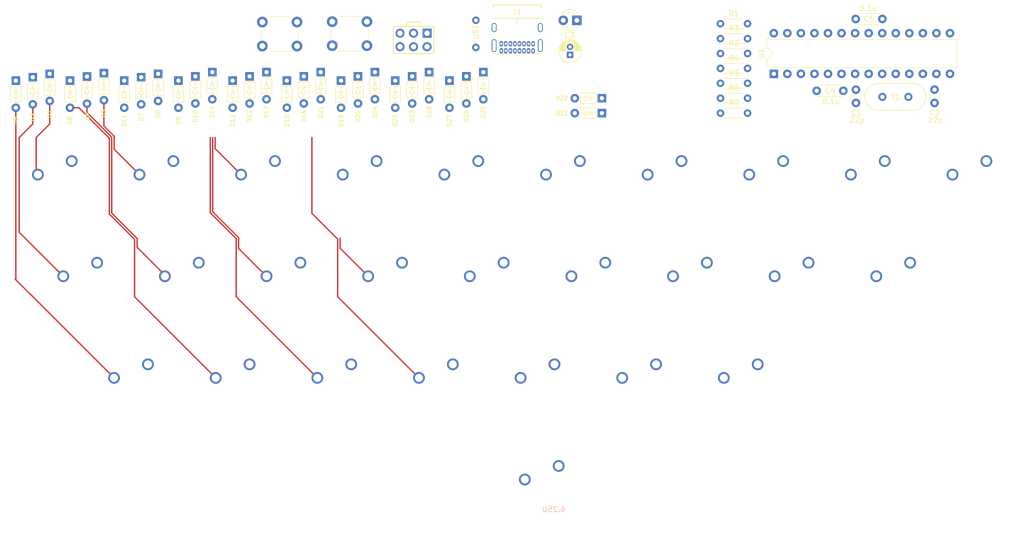
<source format=kicad_pcb>
(kicad_pcb (version 20171130) (host pcbnew "(5.1.5)-3")
  (layers (0 F.Cu signal) (31 B.Cu signal) (34 B.Paste user) (35 F.Paste user) (36 B.SilkS user) (37 F.SilkS user) (38 B.Mask user) (39 F.Mask user) (44 Edge.Cuts user))
  (net 0 "")
  (net 1 GND)
  (net 2 XTAL1)
  (net 3 XTAL2)
  (net 4 +5V)
  (net 5 "Net-(D1-Pad2)")
  (net 6 ROW0)
  (net 7 "Net-(D2-Pad2)")
  (net 8 ROW1)
  (net 9 "Net-(D3-Pad2)")
  (net 10 "Net-(D4-Pad2)")
  (net 11 "Net-(D5-Pad2)")
  (net 12 ROW2)
  (net 13 "Net-(D6-Pad2)")
  (net 14 "Net-(D7-Pad2)")
  (net 15 "Net-(D8-Pad2)")
  (net 16 "Net-(D9-Pad2)")
  (net 17 "Net-(D10-Pad2)")
  (net 18 "Net-(D11-Pad2)")
  (net 19 "Net-(D12-Pad2)")
  (net 20 "Net-(D13-Pad2)")
  (net 21 "Net-(D14-Pad2)")
  (net 22 "Net-(D15-Pad2)")
  (net 23 "Net-(D16-Pad2)")
  (net 24 "Net-(D17-Pad2)")
  (net 25 "Net-(D18-Pad2)")
  (net 26 ROW3)
  (net 27 "Net-(D19-Pad2)")
  (net 28 "Net-(D20-Pad2)")
  (net 29 "Net-(D21-Pad2)")
  (net 30 "Net-(D22-Pad2)")
  (net 31 "Net-(D23-Pad2)")
  (net 32 "Net-(D24-Pad2)")
  (net 33 "Net-(D25-Pad2)")
  (net 34 "Net-(D26-Pad2)")
  (net 35 "Net-(D27-Pad2)")
  (net 36 "Net-(DZ1-Pad1)")
  (net 37 "Net-(DZ2-Pad1)")
  (net 38 "Net-(F1-Pad2)")
  (net 39 "Net-(J1-PadA5)")
  (net 40 "Net-(J1-PadA8)")
  (net 41 "Net-(J1-PadB8)")
  (net 42 "Net-(J1-PadB5)")
  (net 43 SCK)
  (net 44 RESET)
  (net 45 COL0)
  (net 46 COL5)
  (net 47 COL3)
  (net 48 COL2)
  (net 49 COL4)
  (net 50 COL7)
  (net 51 COL6)
  (net 52 COL8)
  (net 53 COL9)
  (net 54 COL1)
  (net 55 "Net-(LED1-Pad1)")
  (net 56 D-)
  (net 57 D+)
  (net 58 BOOT)
  (net 59 "Net-(U1-Pad13)")
  (net 60 "Net-(U1-Pad12)")
  (net 61 "Net-(U1-Pad11)")
  (net 62 "Net-(U1-Pad21)")
  (module cftkb:MX-6.25U-Stabilizer (layer F.Cu) (at 170.65625 123.03125)
    (fp_text reference ST62)
    (fp_text value 6.25U (at 0 3.057094) (layer B.SilkS) (effects (font (thickness 0.1)) (justify mirror)))
    (pad "" np_thru_hole circle (at 49.9999 -8.255) (size 3.9878 3.9878) (drill 3.9878) (layers *.Cu *.Mask))
    (pad "" np_thru_hole circle (at -49.9999 -8.255) (size 3.9878 3.9878) (drill 3.9878) (layers *.Cu *.Mask))
    (pad "" np_thru_hole circle (at 49.9999 6.985) (size 3.048 3.048) (drill 3.048) (layers *.Cu *.Mask))
    (pad "" np_thru_hole circle (at -49.9999 6.985) (size 3.048 3.048) (drill 3.048) (layers *.Cu *.Mask))
  )
  (module cftkb:Crystal_HC49-4H_Vertical (layer F.Cu) (at 232.283 48.768)
    (fp_text reference Y1 (at 2.44 0.018936) (layer F.SilkS))
    (fp_text value Crystal)
    (pad 1 thru_hole circle (at 0 0) (size 1.5 1.5) (drill 0.8) (layers *.Cu *.Mask) (net 2 XTAL1))
    (pad 2 thru_hole circle (at 4.88 0) (size 1.5 1.5) (drill 0.8) (layers *.Cu *.Mask) (net 3 XTAL2))
  )
  (module Package_DIP:DIP-28_W7.62mm (layer F.Cu) (at 211.93125 44.45 90)
    (fp_text reference U1 (at 3.81 -2.33 90) (layer F.SilkS))
    (fp_text value ATmega328P-PU)
    (pad 28 thru_hole oval (at 7.62 0 90) (size 1.6 1.6) (drill 0.8) (layers *.Cu *.Mask) (net 45 COL0))
    (pad 14 thru_hole oval (at 0 33.02 90) (size 1.6 1.6) (drill 0.8) (layers *.Cu *.Mask) (net 53 COL9))
    (pad 27 thru_hole oval (at 7.62 2.54 90) (size 1.6 1.6) (drill 0.8) (layers *.Cu *.Mask) (net 54 COL1))
    (pad 13 thru_hole oval (at 0 30.48 90) (size 1.6 1.6) (drill 0.8) (layers *.Cu *.Mask) (net 59 "Net-(U1-Pad13)"))
    (pad 26 thru_hole oval (at 7.62 5.08 90) (size 1.6 1.6) (drill 0.8) (layers *.Cu *.Mask) (net 48 COL2))
    (pad 12 thru_hole oval (at 0 27.94 90) (size 1.6 1.6) (drill 0.8) (layers *.Cu *.Mask) (net 60 "Net-(U1-Pad12)"))
    (pad 25 thru_hole oval (at 7.62 7.62 90) (size 1.6 1.6) (drill 0.8) (layers *.Cu *.Mask) (net 49 COL4))
    (pad 11 thru_hole oval (at 0 25.4 90) (size 1.6 1.6) (drill 0.8) (layers *.Cu *.Mask) (net 61 "Net-(U1-Pad11)"))
    (pad 24 thru_hole oval (at 7.62 10.16 90) (size 1.6 1.6) (drill 0.8) (layers *.Cu *.Mask) (net 51 COL6))
    (pad 10 thru_hole oval (at 0 22.86 90) (size 1.6 1.6) (drill 0.8) (layers *.Cu *.Mask) (net 3 XTAL2))
    (pad 23 thru_hole oval (at 7.62 12.7 90) (size 1.6 1.6) (drill 0.8) (layers *.Cu *.Mask) (net 50 COL7))
    (pad 9 thru_hole oval (at 0 20.32 90) (size 1.6 1.6) (drill 0.8) (layers *.Cu *.Mask) (net 2 XTAL1))
    (pad 22 thru_hole oval (at 7.62 15.24 90) (size 1.6 1.6) (drill 0.8) (layers *.Cu *.Mask) (net 1 GND))
    (pad 8 thru_hole oval (at 0 17.78 90) (size 1.6 1.6) (drill 0.8) (layers *.Cu *.Mask) (net 1 GND))
    (pad 21 thru_hole oval (at 7.62 17.78 90) (size 1.6 1.6) (drill 0.8) (layers *.Cu *.Mask) (net 62 "Net-(U1-Pad21)"))
    (pad 7 thru_hole oval (at 0 15.24 90) (size 1.6 1.6) (drill 0.8) (layers *.Cu *.Mask) (net 4 +5V))
    (pad 20 thru_hole oval (at 7.62 20.32 90) (size 1.6 1.6) (drill 0.8) (layers *.Cu *.Mask) (net 4 +5V))
    (pad 6 thru_hole oval (at 0 12.7 90) (size 1.6 1.6) (drill 0.8) (layers *.Cu *.Mask) (net 52 COL8))
    (pad 19 thru_hole oval (at 7.62 22.86 90) (size 1.6 1.6) (drill 0.8) (layers *.Cu *.Mask) (net 43 SCK))
    (pad 5 thru_hole oval (at 0 10.16 90) (size 1.6 1.6) (drill 0.8) (layers *.Cu *.Mask) (net 56 D-))
    (pad 18 thru_hole oval (at 7.62 25.4 90) (size 1.6 1.6) (drill 0.8) (layers *.Cu *.Mask) (net 26 ROW3))
    (pad 4 thru_hole oval (at 0 7.62 90) (size 1.6 1.6) (drill 0.8) (layers *.Cu *.Mask) (net 57 D+))
    (pad 17 thru_hole oval (at 7.62 27.94 90) (size 1.6 1.6) (drill 0.8) (layers *.Cu *.Mask) (net 8 ROW1))
    (pad 3 thru_hole oval (at 0 5.08 90) (size 1.6 1.6) (drill 0.8) (layers *.Cu *.Mask) (net 46 COL5))
    (pad 16 thru_hole oval (at 7.62 30.48 90) (size 1.6 1.6) (drill 0.8) (layers *.Cu *.Mask) (net 8 ROW1))
    (pad 2 thru_hole oval (at 0 2.54 90) (size 1.6 1.6) (drill 0.8) (layers *.Cu *.Mask) (net 47 COL3))
    (pad 15 thru_hole oval (at 7.62 33.02 90) (size 1.6 1.6) (drill 0.8) (layers *.Cu *.Mask) (net 6 ROW0))
    (pad 1 thru_hole rect (at 0 0 90) (size 1.6 1.6) (drill 0.8) (layers *.Cu *.Mask) (net 44 RESET))
  )
  (module cftkb:SW_PUSH_6mm (layer F.Cu) (at 129.159 34.671)
    (fp_text reference SW2)
    (fp_text value SW_Push)
    (pad 1 thru_hole circle (at 6.5 0 90) (size 2 2) (drill 1.1) (layers *.Cu *.Mask) (net 1 GND))
    (pad 2 thru_hole circle (at 6.5 4.5 90) (size 2 2) (drill 1.1) (layers *.Cu *.Mask) (net 58 BOOT))
    (pad 1 thru_hole circle (at 0 0 90) (size 2 2) (drill 1.1) (layers *.Cu *.Mask) (net 1 GND))
    (pad 2 thru_hole circle (at 0 4.5 90) (size 2 2) (drill 1.1) (layers *.Cu *.Mask) (net 58 BOOT))
  )
  (module cftkb:SW_PUSH_6mm (layer F.Cu) (at 122.555 39.243 180)
    (fp_text reference SW1)
    (fp_text value RESET)
    (pad 1 thru_hole circle (at 6.5 0 270) (size 2 2) (drill 1.1) (layers *.Cu *.Mask) (net 1 GND))
    (pad 2 thru_hole circle (at 6.5 4.5 270) (size 2 2) (drill 1.1) (layers *.Cu *.Mask) (net 44 RESET))
    (pad 1 thru_hole circle (at 0 0 270) (size 2 2) (drill 1.1) (layers *.Cu *.Mask) (net 1 GND))
    (pad 2 thru_hole circle (at 0 4.5 270) (size 2 2) (drill 1.1) (layers *.Cu *.Mask) (net 44 RESET))
  )
  (module cftkb:R_Axial_DIN0204_L3.6mm_D1.6mm_P5.08mm_Horizontal (layer F.Cu) (at 201.93 51.816)
    (fp_text reference R7 (at 2.54 -1.92) (layer F.SilkS))
    (fp_text value 75)
    (pad 2 thru_hole oval (at 5.08 0) (size 1.4 1.4) (drill 0.7) (layers *.Cu *.Mask) (net 36 "Net-(DZ1-Pad1)"))
    (pad 1 thru_hole circle (at 0 0) (size 1.4 1.4) (drill 0.7) (layers *.Cu *.Mask) (net 57 D+))
  )
  (module cftkb:R_Axial_DIN0204_L3.6mm_D1.6mm_P5.08mm_Horizontal (layer F.Cu) (at 201.93 49.022)
    (fp_text reference R6 (at 2.54 -1.92) (layer F.SilkS))
    (fp_text value 75)
    (pad 2 thru_hole oval (at 5.08 0) (size 1.4 1.4) (drill 0.7) (layers *.Cu *.Mask) (net 37 "Net-(DZ2-Pad1)"))
    (pad 1 thru_hole circle (at 0 0) (size 1.4 1.4) (drill 0.7) (layers *.Cu *.Mask) (net 56 D-))
  )
  (module cftkb:R_Axial_DIN0204_L3.6mm_D1.6mm_P5.08mm_Horizontal (layer F.Cu) (at 201.93 46.228)
    (fp_text reference R5 (at 2.54 -1.92) (layer F.SilkS))
    (fp_text value 1.5k)
    (pad 2 thru_hole oval (at 5.08 0) (size 1.4 1.4) (drill 0.7) (layers *.Cu *.Mask) (net 1 GND))
    (pad 1 thru_hole circle (at 0 0) (size 1.4 1.4) (drill 0.7) (layers *.Cu *.Mask) (net 55 "Net-(LED1-Pad1)"))
  )
  (module cftkb:R_Axial_DIN0204_L3.6mm_D1.6mm_P5.08mm_Horizontal (layer F.Cu) (at 201.93 43.434)
    (fp_text reference R4 (at 2.54 -1.92) (layer F.SilkS))
    (fp_text value 1.5k)
    (pad 2 thru_hole oval (at 5.08 0) (size 1.4 1.4) (drill 0.7) (layers *.Cu *.Mask) (net 37 "Net-(DZ2-Pad1)"))
    (pad 1 thru_hole circle (at 0 0) (size 1.4 1.4) (drill 0.7) (layers *.Cu *.Mask) (net 4 +5V))
  )
  (module cftkb:R_Axial_DIN0204_L3.6mm_D1.6mm_P5.08mm_Horizontal (layer F.Cu) (at 201.93 37.846)
    (fp_text reference R3 (at 2.54 -1.92) (layer F.SilkS))
    (fp_text value 5.1k)
    (pad 2 thru_hole oval (at 5.08 0) (size 1.4 1.4) (drill 0.7) (layers *.Cu *.Mask) (net 42 "Net-(J1-PadB5)"))
    (pad 1 thru_hole circle (at 0 0) (size 1.4 1.4) (drill 0.7) (layers *.Cu *.Mask) (net 1 GND))
  )
  (module cftkb:R_Axial_DIN0204_L3.6mm_D1.6mm_P5.08mm_Horizontal (layer F.Cu) (at 201.93 40.64)
    (fp_text reference R2 (at 2.54 -1.92) (layer F.SilkS))
    (fp_text value 5.1k)
    (pad 2 thru_hole oval (at 5.08 0) (size 1.4 1.4) (drill 0.7) (layers *.Cu *.Mask) (net 39 "Net-(J1-PadA5)"))
    (pad 1 thru_hole circle (at 0 0) (size 1.4 1.4) (drill 0.7) (layers *.Cu *.Mask) (net 1 GND))
  )
  (module cftkb:R_Axial_DIN0204_L3.6mm_D1.6mm_P5.08mm_Horizontal (layer F.Cu) (at 201.93 35.052)
    (fp_text reference R1 (at 2.54 -1.92) (layer F.SilkS))
    (fp_text value 10k)
    (pad 2 thru_hole oval (at 5.08 0) (size 1.4 1.4) (drill 0.7) (layers *.Cu *.Mask) (net 44 RESET))
    (pad 1 thru_hole circle (at 0 0) (size 1.4 1.4) (drill 0.7) (layers *.Cu *.Mask) (net 4 +5V))
  )
  (module cftkb:LED_D3.0mm (layer F.Cu) (at 175.006 34.417 180)
    (fp_text reference LED1)
    (fp_text value POWER)
    (pad 2 thru_hole circle (at 2.54 0 180) (size 1.8 1.8) (drill 0.9) (layers *.Cu *.Mask) (net 4 +5V))
    (pad 1 thru_hole rect (at 0 0 180) (size 1.8 1.8) (drill 0.9) (layers *.Cu *.Mask) (net 55 "Net-(LED1-Pad1)"))
  )
  (module cftkb:SW_Cherry_MX1A_1.00u_PCB-NOSCREEN (layer F.Cu) (at 94.615 98.90125)
    (fp_text reference KC_Z1)
    (fp_text value MX-NoLED)
    (pad 1 thru_hole circle (at 0 0) (size 2.2 2.2) (drill 1.5) (layers *.Cu *.Mask) (net 54 COL1))
    (pad 2 thru_hole circle (at -6.35 2.54) (size 2.2 2.2) (drill 1.5) (layers *.Cu *.Mask) (net 11 "Net-(D5-Pad2)"))
    (pad "" np_thru_hole circle (at -2.54 5.08) (size 4 4) (drill 4) (layers *.Cu *.Mask))
    (pad "" np_thru_hole circle (at -7.62 5.08) (size 1.7 1.7) (drill 1.7) (layers *.Cu *.Mask))
    (pad "" np_thru_hole circle (at 2.54 5.08) (size 1.7 1.7) (drill 1.7) (layers *.Cu *.Mask))
  )
  (module cftkb:SW_Cherry_MX1A_1.00u_PCB-NOSCREEN (layer F.Cu) (at 175.5775 60.80125)
    (fp_text reference KC_Y1)
    (fp_text value MX-NoLED)
    (pad 1 thru_hole circle (at 0 0) (size 2.2 2.2) (drill 1.5) (layers *.Cu *.Mask) (net 46 COL5))
    (pad 2 thru_hole circle (at -6.35 2.54) (size 2.2 2.2) (drill 1.5) (layers *.Cu *.Mask) (net 22 "Net-(D15-Pad2)"))
    (pad "" np_thru_hole circle (at -2.54 5.08) (size 4 4) (drill 4) (layers *.Cu *.Mask))
    (pad "" np_thru_hole circle (at -7.62 5.08) (size 1.7 1.7) (drill 1.7) (layers *.Cu *.Mask))
    (pad "" np_thru_hole circle (at 2.54 5.08) (size 1.7 1.7) (drill 1.7) (layers *.Cu *.Mask))
  )
  (module cftkb:SW_Cherry_MX1A_1.00u_PCB-NOSCREEN (layer F.Cu) (at 113.665 98.90125)
    (fp_text reference KC_X1)
    (fp_text value MX-NoLED)
    (pad 1 thru_hole circle (at 0 0) (size 2.2 2.2) (drill 1.5) (layers *.Cu *.Mask) (net 48 COL2))
    (pad 2 thru_hole circle (at -6.35 2.54) (size 2.2 2.2) (drill 1.5) (layers *.Cu *.Mask) (net 15 "Net-(D8-Pad2)"))
    (pad "" np_thru_hole circle (at -2.54 5.08) (size 4 4) (drill 4) (layers *.Cu *.Mask))
    (pad "" np_thru_hole circle (at -7.62 5.08) (size 1.7 1.7) (drill 1.7) (layers *.Cu *.Mask))
    (pad "" np_thru_hole circle (at 2.54 5.08) (size 1.7 1.7) (drill 1.7) (layers *.Cu *.Mask))
  )
  (module cftkb:SW_Cherry_MX1A_1.00u_PCB-NOSCREEN (layer F.Cu) (at 99.3775 60.80125)
    (fp_text reference KC_W1)
    (fp_text value MX-NoLED)
    (pad 1 thru_hole circle (at 0 0) (size 2.2 2.2) (drill 1.5) (layers *.Cu *.Mask) (net 54 COL1))
    (pad 2 thru_hole circle (at -6.35 2.54) (size 2.2 2.2) (drill 1.5) (layers *.Cu *.Mask) (net 9 "Net-(D3-Pad2)"))
    (pad "" np_thru_hole circle (at -2.54 5.08) (size 4 4) (drill 4) (layers *.Cu *.Mask))
    (pad "" np_thru_hole circle (at -7.62 5.08) (size 1.7 1.7) (drill 1.7) (layers *.Cu *.Mask))
    (pad "" np_thru_hole circle (at 2.54 5.08) (size 1.7 1.7) (drill 1.7) (layers *.Cu *.Mask))
  )
  (module cftkb:SW_Cherry_MX1A_1.00u_PCB-NOSCREEN (layer F.Cu) (at 151.765 98.90125)
    (fp_text reference KC_V1)
    (fp_text value MX-NoLED)
    (pad 1 thru_hole circle (at 0 0) (size 2.2 2.2) (drill 1.5) (layers *.Cu *.Mask) (net 49 COL4))
    (pad 2 thru_hole circle (at -6.35 2.54) (size 2.2 2.2) (drill 1.5) (layers *.Cu *.Mask) (net 21 "Net-(D14-Pad2)"))
    (pad "" np_thru_hole circle (at -2.54 5.08) (size 4 4) (drill 4) (layers *.Cu *.Mask))
    (pad "" np_thru_hole circle (at -7.62 5.08) (size 1.7 1.7) (drill 1.7) (layers *.Cu *.Mask))
    (pad "" np_thru_hole circle (at 2.54 5.08) (size 1.7 1.7) (drill 1.7) (layers *.Cu *.Mask))
  )
  (module cftkb:SW_Cherry_MX1A_1.00u_PCB-NOSCREEN (layer F.Cu) (at 194.6275 60.80125)
    (fp_text reference KC_U1)
    (fp_text value MX-NoLED)
    (pad 1 thru_hole circle (at 0 0) (size 2.2 2.2) (drill 1.5) (layers *.Cu *.Mask) (net 51 COL6))
    (pad 2 thru_hole circle (at -6.35 2.54) (size 2.2 2.2) (drill 1.5) (layers *.Cu *.Mask) (net 27 "Net-(D19-Pad2)"))
    (pad "" np_thru_hole circle (at -2.54 5.08) (size 4 4) (drill 4) (layers *.Cu *.Mask))
    (pad "" np_thru_hole circle (at -7.62 5.08) (size 1.7 1.7) (drill 1.7) (layers *.Cu *.Mask))
    (pad "" np_thru_hole circle (at 2.54 5.08) (size 1.7 1.7) (drill 1.7) (layers *.Cu *.Mask))
  )
  (module cftkb:SW_Cherry_MX1A_1.00u_PCB-NOSCREEN (layer F.Cu) (at 156.5275 60.80125)
    (fp_text reference KC_T1)
    (fp_text value MX-NoLED)
    (pad 1 thru_hole circle (at 0 0) (size 2.2 2.2) (drill 1.5) (layers *.Cu *.Mask) (net 49 COL4))
    (pad 2 thru_hole circle (at -6.35 2.54) (size 2.2 2.2) (drill 1.5) (layers *.Cu *.Mask) (net 19 "Net-(D12-Pad2)"))
    (pad "" np_thru_hole circle (at -2.54 5.08) (size 4 4) (drill 4) (layers *.Cu *.Mask))
    (pad "" np_thru_hole circle (at -7.62 5.08) (size 1.7 1.7) (drill 1.7) (layers *.Cu *.Mask))
    (pad "" np_thru_hole circle (at 2.54 5.08) (size 1.7 1.7) (drill 1.7) (layers *.Cu *.Mask))
  )
  (module cftkb:SW_Cherry_MX1A_1.00u_PCB-NOSCREEN (layer F.Cu) (at 171.60875 117.95125)
    (fp_text reference KC_SPC1)
    (fp_text value MX-NoLED)
    (pad 1 thru_hole circle (at 0 0) (size 2.2 2.2) (drill 1.5) (layers *.Cu *.Mask) (net 46 COL5))
    (pad 2 thru_hole circle (at -6.35 2.54) (size 2.2 2.2) (drill 1.5) (layers *.Cu *.Mask) (net 25 "Net-(D18-Pad2)"))
    (pad "" np_thru_hole circle (at -2.54 5.08) (size 4 4) (drill 4) (layers *.Cu *.Mask))
    (pad "" np_thru_hole circle (at -7.62 5.08) (size 1.7 1.7) (drill 1.7) (layers *.Cu *.Mask))
    (pad "" np_thru_hole circle (at 2.54 5.08) (size 1.7 1.7) (drill 1.7) (layers *.Cu *.Mask))
  )
  (module cftkb:SW_Cherry_MX1A_1.00u_PCB-NOSCREEN (layer F.Cu) (at 104.14 79.85125)
    (fp_text reference KC_S1)
    (fp_text value MX-NoLED)
    (pad 1 thru_hole circle (at 0 0) (size 2.2 2.2) (drill 1.5) (layers *.Cu *.Mask) (net 54 COL1))
    (pad 2 thru_hole circle (at -6.35 2.54) (size 2.2 2.2) (drill 1.5) (layers *.Cu *.Mask) (net 10 "Net-(D4-Pad2)"))
    (pad "" np_thru_hole circle (at -2.54 5.08) (size 4 4) (drill 4) (layers *.Cu *.Mask))
    (pad "" np_thru_hole circle (at -7.62 5.08) (size 1.7 1.7) (drill 1.7) (layers *.Cu *.Mask))
    (pad "" np_thru_hole circle (at 2.54 5.08) (size 1.7 1.7) (drill 1.7) (layers *.Cu *.Mask))
  )
  (module cftkb:SW_Cherry_MX1A_1.00u_PCB-NOSCREEN (layer F.Cu) (at 137.4775 60.80125)
    (fp_text reference KC_R1)
    (fp_text value MX-NoLED)
    (pad 1 thru_hole circle (at 0 0) (size 2.2 2.2) (drill 1.5) (layers *.Cu *.Mask) (net 47 COL3))
    (pad 2 thru_hole circle (at -6.35 2.54) (size 2.2 2.2) (drill 1.5) (layers *.Cu *.Mask) (net 16 "Net-(D9-Pad2)"))
    (pad "" np_thru_hole circle (at -2.54 5.08) (size 4 4) (drill 4) (layers *.Cu *.Mask))
    (pad "" np_thru_hole circle (at -7.62 5.08) (size 1.7 1.7) (drill 1.7) (layers *.Cu *.Mask))
    (pad "" np_thru_hole circle (at 2.54 5.08) (size 1.7 1.7) (drill 1.7) (layers *.Cu *.Mask))
  )
  (module cftkb:SW_Cherry_MX1A_1.00u_PCB-NOSCREEN (layer F.Cu) (at 80.3275 60.80125)
    (fp_text reference KC_Q1)
    (fp_text value MX-NoLED)
    (pad 1 thru_hole circle (at 0 0) (size 2.2 2.2) (drill 1.5) (layers *.Cu *.Mask) (net 45 COL0))
    (pad 2 thru_hole circle (at -6.35 2.54) (size 2.2 2.2) (drill 1.5) (layers *.Cu *.Mask) (net 5 "Net-(D1-Pad2)"))
    (pad "" np_thru_hole circle (at -2.54 5.08) (size 4 4) (drill 4) (layers *.Cu *.Mask))
    (pad "" np_thru_hole circle (at -7.62 5.08) (size 1.7 1.7) (drill 1.7) (layers *.Cu *.Mask))
    (pad "" np_thru_hole circle (at 2.54 5.08) (size 1.7 1.7) (drill 1.7) (layers *.Cu *.Mask))
  )
  (module cftkb:SW_Cherry_MX1A_1.00u_PCB-NOSCREEN (layer F.Cu) (at 251.7775 60.80125)
    (fp_text reference KC_P1)
    (fp_text value MX-NoLED)
    (pad 1 thru_hole circle (at 0 0) (size 2.2 2.2) (drill 1.5) (layers *.Cu *.Mask) (net 53 COL9))
    (pad 2 thru_hole circle (at -6.35 2.54) (size 2.2 2.2) (drill 1.5) (layers *.Cu *.Mask) (net 35 "Net-(D27-Pad2)"))
    (pad "" np_thru_hole circle (at -2.54 5.08) (size 4 4) (drill 4) (layers *.Cu *.Mask))
    (pad "" np_thru_hole circle (at -7.62 5.08) (size 1.7 1.7) (drill 1.7) (layers *.Cu *.Mask))
    (pad "" np_thru_hole circle (at 2.54 5.08) (size 1.7 1.7) (drill 1.7) (layers *.Cu *.Mask))
  )
  (module cftkb:SW_Cherry_MX1A_1.00u_PCB-NOSCREEN (layer F.Cu) (at 232.7275 60.80125)
    (fp_text reference KC_O1)
    (fp_text value MX-NoLED)
    (pad 1 thru_hole circle (at 0 0) (size 2.2 2.2) (drill 1.5) (layers *.Cu *.Mask) (net 52 COL8))
    (pad 2 thru_hole circle (at -6.35 2.54) (size 2.2 2.2) (drill 1.5) (layers *.Cu *.Mask) (net 33 "Net-(D25-Pad2)"))
    (pad "" np_thru_hole circle (at -2.54 5.08) (size 4 4) (drill 4) (layers *.Cu *.Mask))
    (pad "" np_thru_hole circle (at -7.62 5.08) (size 1.7 1.7) (drill 1.7) (layers *.Cu *.Mask))
    (pad "" np_thru_hole circle (at 2.54 5.08) (size 1.7 1.7) (drill 1.7) (layers *.Cu *.Mask))
  )
  (module cftkb:SW_Cherry_MX1A_1.00u_PCB-NOSCREEN (layer F.Cu) (at 189.865 98.90125)
    (fp_text reference KC_N1)
    (fp_text value MX-NoLED)
    (pad 1 thru_hole circle (at 0 0) (size 2.2 2.2) (drill 1.5) (layers *.Cu *.Mask) (net 51 COL6))
    (pad 2 thru_hole circle (at -6.35 2.54) (size 2.2 2.2) (drill 1.5) (layers *.Cu *.Mask) (net 29 "Net-(D21-Pad2)"))
    (pad "" np_thru_hole circle (at -2.54 5.08) (size 4 4) (drill 4) (layers *.Cu *.Mask))
    (pad "" np_thru_hole circle (at -7.62 5.08) (size 1.7 1.7) (drill 1.7) (layers *.Cu *.Mask))
    (pad "" np_thru_hole circle (at 2.54 5.08) (size 1.7 1.7) (drill 1.7) (layers *.Cu *.Mask))
  )
  (module cftkb:SW_Cherry_MX1A_1.00u_PCB-NOSCREEN (layer F.Cu) (at 208.915 98.90125)
    (fp_text reference KC_M1)
    (fp_text value MX-NoLED)
    (pad 1 thru_hole circle (at 0 0) (size 2.2 2.2) (drill 1.5) (layers *.Cu *.Mask) (net 50 COL7))
    (pad 2 thru_hole circle (at -6.35 2.54) (size 2.2 2.2) (drill 1.5) (layers *.Cu *.Mask) (net 32 "Net-(D24-Pad2)"))
    (pad "" np_thru_hole circle (at -2.54 5.08) (size 4 4) (drill 4) (layers *.Cu *.Mask))
    (pad "" np_thru_hole circle (at -7.62 5.08) (size 1.7 1.7) (drill 1.7) (layers *.Cu *.Mask))
    (pad "" np_thru_hole circle (at 2.54 5.08) (size 1.7 1.7) (drill 1.7) (layers *.Cu *.Mask))
  )
  (module cftkb:SW_Cherry_MX1A_1.00u_PCB-NOSCREEN (layer F.Cu) (at 237.49 79.85125)
    (fp_text reference KC_L1)
    (fp_text value MX-NoLED)
    (pad 1 thru_hole circle (at 0 0) (size 2.2 2.2) (drill 1.5) (layers *.Cu *.Mask) (net 52 COL8))
    (pad 2 thru_hole circle (at -6.35 2.54) (size 2.2 2.2) (drill 1.5) (layers *.Cu *.Mask) (net 34 "Net-(D26-Pad2)"))
    (pad "" np_thru_hole circle (at -2.54 5.08) (size 4 4) (drill 4) (layers *.Cu *.Mask))
    (pad "" np_thru_hole circle (at -7.62 5.08) (size 1.7 1.7) (drill 1.7) (layers *.Cu *.Mask))
    (pad "" np_thru_hole circle (at 2.54 5.08) (size 1.7 1.7) (drill 1.7) (layers *.Cu *.Mask))
  )
  (module cftkb:SW_Cherry_MX1A_1.00u_PCB-NOSCREEN (layer F.Cu) (at 218.44 79.85125)
    (fp_text reference KC_K1)
    (fp_text value MX-NoLED)
    (pad 1 thru_hole circle (at 0 0) (size 2.2 2.2) (drill 1.5) (layers *.Cu *.Mask) (net 50 COL7))
    (pad 2 thru_hole circle (at -6.35 2.54) (size 2.2 2.2) (drill 1.5) (layers *.Cu *.Mask) (net 31 "Net-(D23-Pad2)"))
    (pad "" np_thru_hole circle (at -2.54 5.08) (size 4 4) (drill 4) (layers *.Cu *.Mask))
    (pad "" np_thru_hole circle (at -7.62 5.08) (size 1.7 1.7) (drill 1.7) (layers *.Cu *.Mask))
    (pad "" np_thru_hole circle (at 2.54 5.08) (size 1.7 1.7) (drill 1.7) (layers *.Cu *.Mask))
  )
  (module cftkb:SW_Cherry_MX1A_1.00u_PCB-NOSCREEN (layer F.Cu) (at 199.39 79.85125)
    (fp_text reference KC_J1)
    (fp_text value MX-NoLED)
    (pad 1 thru_hole circle (at 0 0) (size 2.2 2.2) (drill 1.5) (layers *.Cu *.Mask) (net 51 COL6))
    (pad 2 thru_hole circle (at -6.35 2.54) (size 2.2 2.2) (drill 1.5) (layers *.Cu *.Mask) (net 28 "Net-(D20-Pad2)"))
    (pad "" np_thru_hole circle (at -2.54 5.08) (size 4 4) (drill 4) (layers *.Cu *.Mask))
    (pad "" np_thru_hole circle (at -7.62 5.08) (size 1.7 1.7) (drill 1.7) (layers *.Cu *.Mask))
    (pad "" np_thru_hole circle (at 2.54 5.08) (size 1.7 1.7) (drill 1.7) (layers *.Cu *.Mask))
  )
  (module cftkb:SW_Cherry_MX1A_1.00u_PCB-NOSCREEN (layer F.Cu) (at 213.6775 60.80125)
    (fp_text reference KC_I1)
    (fp_text value MX-NoLED)
    (pad 1 thru_hole circle (at 0 0) (size 2.2 2.2) (drill 1.5) (layers *.Cu *.Mask) (net 50 COL7))
    (pad 2 thru_hole circle (at -6.35 2.54) (size 2.2 2.2) (drill 1.5) (layers *.Cu *.Mask) (net 30 "Net-(D22-Pad2)"))
    (pad "" np_thru_hole circle (at -2.54 5.08) (size 4 4) (drill 4) (layers *.Cu *.Mask))
    (pad "" np_thru_hole circle (at -7.62 5.08) (size 1.7 1.7) (drill 1.7) (layers *.Cu *.Mask))
    (pad "" np_thru_hole circle (at 2.54 5.08) (size 1.7 1.7) (drill 1.7) (layers *.Cu *.Mask))
  )
  (module cftkb:SW_Cherry_MX1A_1.00u_PCB-NOSCREEN (layer F.Cu) (at 180.34 79.85125)
    (fp_text reference KC_H1)
    (fp_text value MX-NoLED)
    (pad 1 thru_hole circle (at 0 0) (size 2.2 2.2) (drill 1.5) (layers *.Cu *.Mask) (net 46 COL5))
    (pad 2 thru_hole circle (at -6.35 2.54) (size 2.2 2.2) (drill 1.5) (layers *.Cu *.Mask) (net 23 "Net-(D16-Pad2)"))
    (pad "" np_thru_hole circle (at -2.54 5.08) (size 4 4) (drill 4) (layers *.Cu *.Mask))
    (pad "" np_thru_hole circle (at -7.62 5.08) (size 1.7 1.7) (drill 1.7) (layers *.Cu *.Mask))
    (pad "" np_thru_hole circle (at 2.54 5.08) (size 1.7 1.7) (drill 1.7) (layers *.Cu *.Mask))
  )
  (module cftkb:SW_Cherry_MX1A_1.00u_PCB-NOSCREEN (layer F.Cu) (at 161.29 79.85125)
    (fp_text reference KC_G1)
    (fp_text value MX-NoLED)
    (pad 1 thru_hole circle (at 0 0) (size 2.2 2.2) (drill 1.5) (layers *.Cu *.Mask) (net 49 COL4))
    (pad 2 thru_hole circle (at -6.35 2.54) (size 2.2 2.2) (drill 1.5) (layers *.Cu *.Mask) (net 20 "Net-(D13-Pad2)"))
    (pad "" np_thru_hole circle (at -2.54 5.08) (size 4 4) (drill 4) (layers *.Cu *.Mask))
    (pad "" np_thru_hole circle (at -7.62 5.08) (size 1.7 1.7) (drill 1.7) (layers *.Cu *.Mask))
    (pad "" np_thru_hole circle (at 2.54 5.08) (size 1.7 1.7) (drill 1.7) (layers *.Cu *.Mask))
  )
  (module cftkb:SW_Cherry_MX1A_1.00u_PCB-NOSCREEN (layer F.Cu) (at 142.24 79.85125)
    (fp_text reference KC_F1)
    (fp_text value MX-NoLED)
    (pad 1 thru_hole circle (at 0 0) (size 2.2 2.2) (drill 1.5) (layers *.Cu *.Mask) (net 47 COL3))
    (pad 2 thru_hole circle (at -6.35 2.54) (size 2.2 2.2) (drill 1.5) (layers *.Cu *.Mask) (net 17 "Net-(D10-Pad2)"))
    (pad "" np_thru_hole circle (at -2.54 5.08) (size 4 4) (drill 4) (layers *.Cu *.Mask))
    (pad "" np_thru_hole circle (at -7.62 5.08) (size 1.7 1.7) (drill 1.7) (layers *.Cu *.Mask))
    (pad "" np_thru_hole circle (at 2.54 5.08) (size 1.7 1.7) (drill 1.7) (layers *.Cu *.Mask))
  )
  (module cftkb:SW_Cherry_MX1A_1.00u_PCB-NOSCREEN (layer F.Cu) (at 118.4275 60.80125)
    (fp_text reference KC_E1)
    (fp_text value MX-NoLED)
    (pad 1 thru_hole circle (at 0 0) (size 2.2 2.2) (drill 1.5) (layers *.Cu *.Mask) (net 48 COL2))
    (pad 2 thru_hole circle (at -6.35 2.54) (size 2.2 2.2) (drill 1.5) (layers *.Cu *.Mask) (net 13 "Net-(D6-Pad2)"))
    (pad "" np_thru_hole circle (at -2.54 5.08) (size 4 4) (drill 4) (layers *.Cu *.Mask))
    (pad "" np_thru_hole circle (at -7.62 5.08) (size 1.7 1.7) (drill 1.7) (layers *.Cu *.Mask))
    (pad "" np_thru_hole circle (at 2.54 5.08) (size 1.7 1.7) (drill 1.7) (layers *.Cu *.Mask))
  )
  (module cftkb:SW_Cherry_MX1A_1.00u_PCB-NOSCREEN (layer F.Cu) (at 123.19 79.85125)
    (fp_text reference KC_D1)
    (fp_text value MX-NoLED)
    (pad 1 thru_hole circle (at 0 0) (size 2.2 2.2) (drill 1.5) (layers *.Cu *.Mask) (net 48 COL2))
    (pad 2 thru_hole circle (at -6.35 2.54) (size 2.2 2.2) (drill 1.5) (layers *.Cu *.Mask) (net 14 "Net-(D7-Pad2)"))
    (pad "" np_thru_hole circle (at -2.54 5.08) (size 4 4) (drill 4) (layers *.Cu *.Mask))
    (pad "" np_thru_hole circle (at -7.62 5.08) (size 1.7 1.7) (drill 1.7) (layers *.Cu *.Mask))
    (pad "" np_thru_hole circle (at 2.54 5.08) (size 1.7 1.7) (drill 1.7) (layers *.Cu *.Mask))
  )
  (module cftkb:SW_Cherry_MX1A_1.00u_PCB-NOSCREEN (layer F.Cu) (at 132.715 98.90125)
    (fp_text reference KC_C1)
    (fp_text value MX-NoLED)
    (pad 1 thru_hole circle (at 0 0) (size 2.2 2.2) (drill 1.5) (layers *.Cu *.Mask) (net 47 COL3))
    (pad 2 thru_hole circle (at -6.35 2.54) (size 2.2 2.2) (drill 1.5) (layers *.Cu *.Mask) (net 18 "Net-(D11-Pad2)"))
    (pad "" np_thru_hole circle (at -2.54 5.08) (size 4 4) (drill 4) (layers *.Cu *.Mask))
    (pad "" np_thru_hole circle (at -7.62 5.08) (size 1.7 1.7) (drill 1.7) (layers *.Cu *.Mask))
    (pad "" np_thru_hole circle (at 2.54 5.08) (size 1.7 1.7) (drill 1.7) (layers *.Cu *.Mask))
  )
  (module cftkb:SW_Cherry_MX1A_1.00u_PCB-NOSCREEN (layer F.Cu) (at 170.815 98.90125)
    (fp_text reference KC_B1)
    (fp_text value MX-NoLED)
    (pad 1 thru_hole circle (at 0 0) (size 2.2 2.2) (drill 1.5) (layers *.Cu *.Mask) (net 46 COL5))
    (pad 2 thru_hole circle (at -6.35 2.54) (size 2.2 2.2) (drill 1.5) (layers *.Cu *.Mask) (net 24 "Net-(D17-Pad2)"))
    (pad "" np_thru_hole circle (at -2.54 5.08) (size 4 4) (drill 4) (layers *.Cu *.Mask))
    (pad "" np_thru_hole circle (at -7.62 5.08) (size 1.7 1.7) (drill 1.7) (layers *.Cu *.Mask))
    (pad "" np_thru_hole circle (at 2.54 5.08) (size 1.7 1.7) (drill 1.7) (layers *.Cu *.Mask))
  )
  (module cftkb:SW_Cherry_MX1A_1.00u_PCB-NOSCREEN (layer F.Cu) (at 85.09 79.85125)
    (fp_text reference KC_A1)
    (fp_text value MX-NoLED)
    (pad 1 thru_hole circle (at 0 0) (size 2.2 2.2) (drill 1.5) (layers *.Cu *.Mask) (net 45 COL0))
    (pad 2 thru_hole circle (at -6.35 2.54) (size 2.2 2.2) (drill 1.5) (layers *.Cu *.Mask) (net 7 "Net-(D2-Pad2)"))
    (pad "" np_thru_hole circle (at -2.54 5.08) (size 4 4) (drill 4) (layers *.Cu *.Mask))
    (pad "" np_thru_hole circle (at -7.62 5.08) (size 1.7 1.7) (drill 1.7) (layers *.Cu *.Mask))
    (pad "" np_thru_hole circle (at 2.54 5.08) (size 1.7 1.7) (drill 1.7) (layers *.Cu *.Mask))
  )
  (module cftkb:AVR_ICSP_3x2 (layer F.Cu) (at 144.399 38.1 180)
    (fp_text reference J2 hide)
    (fp_text value AVR-ISP-6 hide)
    (pad 1 thru_hole rect (at -2.54 1.27 180) (size 1.7 1.7) (drill 1.016) (layers *.Cu *.Mask) (net 8 ROW1))
    (pad 2 thru_hole circle (at -2.54 -1.27 180) (size 1.7 1.7) (drill 1.016) (layers *.Cu *.Mask) (net 4 +5V))
    (pad 3 thru_hole circle (at 0 1.27 180) (size 1.7 1.7) (drill 1.016) (layers *.Cu *.Mask) (net 43 SCK))
    (pad 4 thru_hole circle (at 0 -1.27 180) (size 1.7 1.7) (drill 1.016) (layers *.Cu *.Mask) (net 12 ROW2))
    (pad 5 thru_hole circle (at 2.54 1.27 180) (size 1.7 1.7) (drill 1.016) (layers *.Cu *.Mask) (net 44 RESET))
    (pad 6 thru_hole circle (at 2.54 -1.27 180) (size 1.7 1.7) (drill 1.016) (layers *.Cu *.Mask) (net 1 GND))
  )
  (module cftkb:USB_C_GCT_USB4085 (layer F.Cu) (at 163.83 34.036 180)
    (fp_text reference J1 (at -0.017498 1.13737) (layer F.SilkS))
    (fp_text value USB_C_Receptacle_USB2.0)
    (pad A5 thru_hole oval (at -1.275 -6.1 180) (size 0.65 1) (drill 0.4) (layers *.Cu *.Mask) (net 39 "Net-(J1-PadA5)"))
    (pad A1 thru_hole oval (at -2.975 -6.1 180) (size 0.65 1) (drill 0.4) (layers *.Cu *.Mask) (net 1 GND))
    (pad A4 thru_hole oval (at -2.125 -6.1 180) (size 0.65 1) (drill 0.4) (layers *.Cu *.Mask) (net 38 "Net-(F1-Pad2)"))
    (pad A6 thru_hole oval (at -0.425 -6.1 180) (size 0.65 1) (drill 0.4) (layers *.Cu *.Mask) (net 36 "Net-(DZ1-Pad1)"))
    (pad A7 thru_hole oval (at 0.425 -6.1 180) (size 0.65 1) (drill 0.4) (layers *.Cu *.Mask) (net 37 "Net-(DZ2-Pad1)"))
    (pad A8 thru_hole oval (at 1.275 -6.1 180) (size 0.65 1) (drill 0.4) (layers *.Cu *.Mask) (net 40 "Net-(J1-PadA8)"))
    (pad A9 thru_hole oval (at 2.125 -6.1 180) (size 0.65 1) (drill 0.4) (layers *.Cu *.Mask) (net 38 "Net-(F1-Pad2)"))
    (pad A12 thru_hole oval (at 2.975 -6.1 180) (size 0.65 1) (drill 0.4) (layers *.Cu *.Mask) (net 1 GND))
    (pad B12 thru_hole oval (at -2.975 -4.775 180) (size 0.65 1) (drill 0.4) (layers *.Cu *.Mask) (net 1 GND))
    (pad B9 thru_hole oval (at -2.12 -4.775 180) (size 0.65 1) (drill 0.4) (layers *.Cu *.Mask) (net 38 "Net-(F1-Pad2)"))
    (pad B8 thru_hole oval (at -1.27 -4.775 180) (size 0.65 1) (drill 0.4) (layers *.Cu *.Mask) (net 41 "Net-(J1-PadB8)"))
    (pad B7 thru_hole oval (at -0.42 -4.775 180) (size 0.65 1) (drill 0.4) (layers *.Cu *.Mask) (net 37 "Net-(DZ2-Pad1)"))
    (pad B6 thru_hole oval (at 0.43 -4.775 180) (size 0.65 1) (drill 0.4) (layers *.Cu *.Mask) (net 36 "Net-(DZ1-Pad1)"))
    (pad B5 thru_hole oval (at 1.28 -4.775 180) (size 0.65 1) (drill 0.4) (layers *.Cu *.Mask) (net 42 "Net-(J1-PadB5)"))
    (pad B4 thru_hole oval (at 2.13 -4.775 180) (size 0.65 1) (drill 0.4) (layers *.Cu *.Mask) (net 38 "Net-(F1-Pad2)"))
    (pad B1 thru_hole oval (at 2.98 -4.775 180) (size 0.65 1) (drill 0.4) (layers *.Cu *.Mask) (net 1 GND))
    (pad S1 thru_hole oval (at -4.325 -5.12 180) (size 0.9 2.4) (drill oval 0.6 2.1) (layers *.Cu *.Mask) (net 1 GND))
    (pad S1 thru_hole oval (at 4.325 -5.12 180) (size 0.9 2.4) (drill oval 0.6 2.1) (layers *.Cu *.Mask) (net 1 GND))
    (pad S1 thru_hole oval (at -4.325 -1.74 180) (size 0.9 1.7) (drill oval 0.6 1.4) (layers *.Cu *.Mask) (net 1 GND))
    (pad S1 thru_hole oval (at 4.325 -1.74 180) (size 0.9 1.7) (drill oval 0.6 1.4) (layers *.Cu *.Mask) (net 1 GND))
  )
  (module cftkb:polyfuse_5.1mm (layer F.Cu) (at 156.083 36.957 270)
    (fp_text reference F1)
    (fp_text value 500mA)
    (fp_text user FUSE (at 0.02 0.03 90) (layer F.SilkS))
    (pad 2 thru_hole circle (at 2.55 0 270) (size 1.4 1.4) (drill 0.7) (layers *.Cu *.Mask) (net 38 "Net-(F1-Pad2)"))
    (pad 1 thru_hole circle (at -2.55 0 270) (size 1.4 1.4) (drill 0.7) (layers *.Cu *.Mask) (net 4 +5V))
  )
  (module cftkb:D_DO-35_SOD27_P5.08mm_Horizontal (layer F.Cu) (at 180.975 49.022 180)
    (fp_text reference DZ2 (at 8.77 0) (layer F.SilkS) (effects (font (size 0.8 0.8))))
    (fp_text value 3.6V)
    (pad 2 thru_hole oval (at 6.35 0 180) (size 1.6 1.6) (drill 0.8) (layers *.Cu *.Mask) (net 1 GND))
    (pad 1 thru_hole rect (at 1.27 0 180) (size 1.6 1.6) (drill 0.8) (layers *.Cu *.Mask) (net 37 "Net-(DZ2-Pad1)"))
  )
  (module cftkb:D_DO-35_SOD27_P5.08mm_Horizontal (layer F.Cu) (at 180.975 51.816 180)
    (fp_text reference DZ1 (at 8.77 0) (layer F.SilkS) (effects (font (size 0.8 0.8))))
    (fp_text value 3.6V)
    (pad 2 thru_hole oval (at 6.35 0 180) (size 1.6 1.6) (drill 0.8) (layers *.Cu *.Mask) (net 1 GND))
    (pad 1 thru_hole rect (at 1.27 0 180) (size 1.6 1.6) (drill 0.8) (layers *.Cu *.Mask) (net 36 "Net-(DZ1-Pad1)"))
  )
  (module cftkb:D_DO-35_SOD27_P5.08mm_Horizontal (layer F.Cu) (at 151.13 44.45 270)
    (fp_text reference D27 (at 8.77 0 90) (layer F.SilkS) (effects (font (size 0.8 0.8))))
    (fp_text value D_Small)
    (pad 2 thru_hole oval (at 6.35 0 270) (size 1.6 1.6) (drill 0.8) (layers *.Cu *.Mask) (net 35 "Net-(D27-Pad2)"))
    (pad 1 thru_hole rect (at 1.27 0 270) (size 1.6 1.6) (drill 0.8) (layers *.Cu *.Mask) (net 6 ROW0))
  )
  (module cftkb:D_DO-35_SOD27_P5.08mm_Horizontal (layer F.Cu) (at 154.305 43.65625 270)
    (fp_text reference D26 (at 8.77 0 90) (layer F.SilkS) (effects (font (size 0.8 0.8))))
    (fp_text value D_Small)
    (pad 2 thru_hole oval (at 6.35 0 270) (size 1.6 1.6) (drill 0.8) (layers *.Cu *.Mask) (net 34 "Net-(D26-Pad2)"))
    (pad 1 thru_hole rect (at 1.27 0 270) (size 1.6 1.6) (drill 0.8) (layers *.Cu *.Mask) (net 8 ROW1))
  )
  (module cftkb:D_DO-35_SOD27_P5.08mm_Horizontal (layer F.Cu) (at 157.48 42.8625 270)
    (fp_text reference D25 (at 8.77 0 90) (layer F.SilkS) (effects (font (size 0.8 0.8))))
    (fp_text value D_Small)
    (pad 2 thru_hole oval (at 6.35 0 270) (size 1.6 1.6) (drill 0.8) (layers *.Cu *.Mask) (net 33 "Net-(D25-Pad2)"))
    (pad 1 thru_hole rect (at 1.27 0 270) (size 1.6 1.6) (drill 0.8) (layers *.Cu *.Mask) (net 6 ROW0))
  )
  (module cftkb:D_DO-35_SOD27_P5.08mm_Horizontal (layer F.Cu) (at 137.16 42.8625 270)
    (fp_text reference D24 (at 8.77 0 90) (layer F.SilkS) (effects (font (size 0.8 0.8))))
    (fp_text value D_Small)
    (pad 2 thru_hole oval (at 6.35 0 270) (size 1.6 1.6) (drill 0.8) (layers *.Cu *.Mask) (net 32 "Net-(D24-Pad2)"))
    (pad 1 thru_hole rect (at 1.27 0 270) (size 1.6 1.6) (drill 0.8) (layers *.Cu *.Mask) (net 12 ROW2))
  )
  (module cftkb:D_DO-35_SOD27_P5.08mm_Horizontal (layer F.Cu) (at 144.145 43.65625 270)
    (fp_text reference D23 (at 8.77 0 90) (layer F.SilkS) (effects (font (size 0.8 0.8))))
    (fp_text value D_Small)
    (pad 2 thru_hole oval (at 6.35 0 270) (size 1.6 1.6) (drill 0.8) (layers *.Cu *.Mask) (net 31 "Net-(D23-Pad2)"))
    (pad 1 thru_hole rect (at 1.27 0 270) (size 1.6 1.6) (drill 0.8) (layers *.Cu *.Mask) (net 8 ROW1))
  )
  (module cftkb:D_DO-35_SOD27_P5.08mm_Horizontal (layer F.Cu) (at 140.97 44.45 270)
    (fp_text reference D22 (at 8.77 0 90) (layer F.SilkS) (effects (font (size 0.8 0.8))))
    (fp_text value D_Small)
    (pad 2 thru_hole oval (at 6.35 0 270) (size 1.6 1.6) (drill 0.8) (layers *.Cu *.Mask) (net 30 "Net-(D22-Pad2)"))
    (pad 1 thru_hole rect (at 1.27 0 270) (size 1.6 1.6) (drill 0.8) (layers *.Cu *.Mask) (net 6 ROW0))
  )
  (module cftkb:D_DO-35_SOD27_P5.08mm_Horizontal (layer F.Cu) (at 127 42.8625 270)
    (fp_text reference D21 (at 8.77 0 90) (layer F.SilkS) (effects (font (size 0.8 0.8))))
    (fp_text value D_Small)
    (pad 2 thru_hole oval (at 6.35 0 270) (size 1.6 1.6) (drill 0.8) (layers *.Cu *.Mask) (net 29 "Net-(D21-Pad2)"))
    (pad 1 thru_hole rect (at 1.27 0 270) (size 1.6 1.6) (drill 0.8) (layers *.Cu *.Mask) (net 12 ROW2))
  )
  (module cftkb:D_DO-35_SOD27_P5.08mm_Horizontal (layer F.Cu) (at 133.985 43.65625 270)
    (fp_text reference D20 (at 8.77 0 90) (layer F.SilkS) (effects (font (size 0.8 0.8))))
    (fp_text value D_Small)
    (pad 2 thru_hole oval (at 6.35 0 270) (size 1.6 1.6) (drill 0.8) (layers *.Cu *.Mask) (net 28 "Net-(D20-Pad2)"))
    (pad 1 thru_hole rect (at 1.27 0 270) (size 1.6 1.6) (drill 0.8) (layers *.Cu *.Mask) (net 8 ROW1))
  )
  (module cftkb:D_DO-35_SOD27_P5.08mm_Horizontal (layer F.Cu) (at 130.81 44.45 270)
    (fp_text reference D19 (at 8.77 0 90) (layer F.SilkS) (effects (font (size 0.8 0.8))))
    (fp_text value D_Small)
    (pad 2 thru_hole oval (at 6.35 0 270) (size 1.6 1.6) (drill 0.8) (layers *.Cu *.Mask) (net 27 "Net-(D19-Pad2)"))
    (pad 1 thru_hole rect (at 1.27 0 270) (size 1.6 1.6) (drill 0.8) (layers *.Cu *.Mask) (net 6 ROW0))
  )
  (module cftkb:D_DO-35_SOD27_P5.08mm_Horizontal (layer F.Cu) (at 147.32 42.8625 270)
    (fp_text reference D18 (at 8.77 0 90) (layer F.SilkS) (effects (font (size 0.8 0.8))))
    (fp_text value D_Small)
    (pad 2 thru_hole oval (at 6.35 0 270) (size 1.6 1.6) (drill 0.8) (layers *.Cu *.Mask) (net 25 "Net-(D18-Pad2)"))
    (pad 1 thru_hole rect (at 1.27 0 270) (size 1.6 1.6) (drill 0.8) (layers *.Cu *.Mask) (net 26 ROW3))
  )
  (module cftkb:D_DO-35_SOD27_P5.08mm_Horizontal (layer F.Cu) (at 116.84 42.8625 270)
    (fp_text reference D17 (at 8.77 0 90) (layer F.SilkS) (effects (font (size 0.8 0.8))))
    (fp_text value D_Small)
    (pad 2 thru_hole oval (at 6.35 0 270) (size 1.6 1.6) (drill 0.8) (layers *.Cu *.Mask) (net 24 "Net-(D17-Pad2)"))
    (pad 1 thru_hole rect (at 1.27 0 270) (size 1.6 1.6) (drill 0.8) (layers *.Cu *.Mask) (net 12 ROW2))
  )
  (module cftkb:D_DO-35_SOD27_P5.08mm_Horizontal (layer F.Cu) (at 123.825 43.65625 270)
    (fp_text reference D16 (at 8.77 0 90) (layer F.SilkS) (effects (font (size 0.8 0.8))))
    (fp_text value D_Small)
    (pad 2 thru_hole oval (at 6.35 0 270) (size 1.6 1.6) (drill 0.8) (layers *.Cu *.Mask) (net 23 "Net-(D16-Pad2)"))
    (pad 1 thru_hole rect (at 1.27 0 270) (size 1.6 1.6) (drill 0.8) (layers *.Cu *.Mask) (net 8 ROW1))
  )
  (module cftkb:D_DO-35_SOD27_P5.08mm_Horizontal (layer F.Cu) (at 120.65 44.45 270)
    (fp_text reference D15 (at 8.77 0 90) (layer F.SilkS) (effects (font (size 0.8 0.8))))
    (fp_text value D_Small)
    (pad 2 thru_hole oval (at 6.35 0 270) (size 1.6 1.6) (drill 0.8) (layers *.Cu *.Mask) (net 22 "Net-(D15-Pad2)"))
    (pad 1 thru_hole rect (at 1.27 0 270) (size 1.6 1.6) (drill 0.8) (layers *.Cu *.Mask) (net 6 ROW0))
  )
  (module cftkb:D_DO-35_SOD27_P5.08mm_Horizontal (layer F.Cu) (at 106.68 42.8625 270)
    (fp_text reference D14 (at 8.77 0 90) (layer F.SilkS) (effects (font (size 0.8 0.8))))
    (fp_text value D_Small)
    (pad 2 thru_hole oval (at 6.35 0 270) (size 1.6 1.6) (drill 0.8) (layers *.Cu *.Mask) (net 21 "Net-(D14-Pad2)"))
    (pad 1 thru_hole rect (at 1.27 0 270) (size 1.6 1.6) (drill 0.8) (layers *.Cu *.Mask) (net 12 ROW2))
  )
  (module cftkb:D_DO-35_SOD27_P5.08mm_Horizontal (layer F.Cu) (at 113.665 43.65625 270)
    (fp_text reference D13 (at 8.77 0 90) (layer F.SilkS) (effects (font (size 0.8 0.8))))
    (fp_text value D_Small)
    (pad 2 thru_hole oval (at 6.35 0 270) (size 1.6 1.6) (drill 0.8) (layers *.Cu *.Mask) (net 20 "Net-(D13-Pad2)"))
    (pad 1 thru_hole rect (at 1.27 0 270) (size 1.6 1.6) (drill 0.8) (layers *.Cu *.Mask) (net 8 ROW1))
  )
  (module cftkb:D_DO-35_SOD27_P5.08mm_Horizontal (layer F.Cu) (at 110.49 44.45 270)
    (fp_text reference D12 (at 8.77 0 90) (layer F.SilkS) (effects (font (size 0.8 0.8))))
    (fp_text value D_Small)
    (pad 2 thru_hole oval (at 6.35 0 270) (size 1.6 1.6) (drill 0.8) (layers *.Cu *.Mask) (net 19 "Net-(D12-Pad2)"))
    (pad 1 thru_hole rect (at 1.27 0 270) (size 1.6 1.6) (drill 0.8) (layers *.Cu *.Mask) (net 6 ROW0))
  )
  (module cftkb:D_DO-35_SOD27_P5.08mm_Horizontal (layer F.Cu) (at 90.17 44.45 270)
    (fp_text reference D11 (at 8.77 0 90) (layer F.SilkS) (effects (font (size 0.8 0.8))))
    (fp_text value D_Small)
    (pad 1 thru_hole rect (at 1.27 0 270) (size 1.6 1.6) (drill 0.8) (layers *.Cu *.Mask) (net 12 ROW2))
    (pad 2 thru_hole oval (at 6.35 0 270) (size 1.6 1.6) (drill 0.8) (layers *.Cu *.Mask) (net 18 "Net-(D11-Pad2)"))
  )
  (module cftkb:D_DO-35_SOD27_P5.08mm_Horizontal (layer F.Cu) (at 103.505 43.65625 270)
    (fp_text reference D10 (at 8.77 0 90) (layer F.SilkS) (effects (font (size 0.8 0.8))))
    (fp_text value D_Small)
    (pad 2 thru_hole oval (at 6.35 0 270) (size 1.6 1.6) (drill 0.8) (layers *.Cu *.Mask) (net 17 "Net-(D10-Pad2)"))
    (pad 1 thru_hole rect (at 1.27 0 270) (size 1.6 1.6) (drill 0.8) (layers *.Cu *.Mask) (net 8 ROW1))
  )
  (module cftkb:D_DO-35_SOD27_P5.08mm_Horizontal (layer F.Cu) (at 100.33 44.45 270)
    (fp_text reference D9 (at 8.77 0 90) (layer F.SilkS) (effects (font (size 0.8 0.8))))
    (fp_text value D_Small)
    (pad 2 thru_hole oval (at 6.35 0 270) (size 1.6 1.6) (drill 0.8) (layers *.Cu *.Mask) (net 16 "Net-(D9-Pad2)"))
    (pad 1 thru_hole rect (at 1.27 0 270) (size 1.6 1.6) (drill 0.8) (layers *.Cu *.Mask) (net 6 ROW0))
  )
  (module cftkb:D_DO-35_SOD27_P5.08mm_Horizontal (layer F.Cu) (at 80.01 44.45 270)
    (fp_text reference D8 (at 8.77 0 90) (layer F.SilkS) (effects (font (size 0.8 0.8))))
    (fp_text value D_Small)
    (pad 2 thru_hole oval (at 6.35 0 270) (size 1.6 1.6) (drill 0.8) (layers *.Cu *.Mask) (net 15 "Net-(D8-Pad2)"))
    (pad 1 thru_hole rect (at 1.27 0 270) (size 1.6 1.6) (drill 0.8) (layers *.Cu *.Mask) (net 12 ROW2))
  )
  (module cftkb:D_DO-35_SOD27_P5.08mm_Horizontal (layer F.Cu) (at 93.345 43.815 270)
    (fp_text reference D7 (at 8.77 0 90) (layer F.SilkS) (effects (font (size 0.8 0.8))))
    (fp_text value D_Small)
    (pad 1 thru_hole rect (at 1.27 0 270) (size 1.6 1.6) (drill 0.8) (layers *.Cu *.Mask) (net 8 ROW1))
    (pad 2 thru_hole oval (at 6.35 0 270) (size 1.6 1.6) (drill 0.8) (layers *.Cu *.Mask) (net 14 "Net-(D7-Pad2)"))
  )
  (module cftkb:D_DO-35_SOD27_P5.08mm_Horizontal (layer F.Cu) (at 96.52 43.18 270)
    (fp_text reference D6 (at 8.77 0 90) (layer F.SilkS) (effects (font (size 0.8 0.8))))
    (fp_text value D_Small)
    (pad 1 thru_hole rect (at 1.27 0 270) (size 1.6 1.6) (drill 0.8) (layers *.Cu *.Mask) (net 6 ROW0))
    (pad 2 thru_hole oval (at 6.35 0 270) (size 1.6 1.6) (drill 0.8) (layers *.Cu *.Mask) (net 13 "Net-(D6-Pad2)"))
  )
  (module cftkb:D_DO-35_SOD27_P5.08mm_Horizontal (layer F.Cu) (at 69.85 44.45 270)
    (fp_text reference D5 (at 8.77 0 90) (layer F.SilkS) (effects (font (size 0.8 0.8))))
    (fp_text value D_Small)
    (pad 2 thru_hole oval (at 6.35 0 270) (size 1.6 1.6) (drill 0.8) (layers *.Cu *.Mask) (net 11 "Net-(D5-Pad2)"))
    (pad 1 thru_hole rect (at 1.27 0 270) (size 1.6 1.6) (drill 0.8) (layers *.Cu *.Mask) (net 12 ROW2))
  )
  (module cftkb:D_DO-35_SOD27_P5.08mm_Horizontal (layer F.Cu) (at 83.185 43.688 270)
    (fp_text reference D4 (at 8.77 0 90) (layer F.SilkS) (effects (font (size 0.8 0.8))))
    (fp_text value D_Small)
    (pad 2 thru_hole oval (at 6.35 0 270) (size 1.6 1.6) (drill 0.8) (layers *.Cu *.Mask) (net 10 "Net-(D4-Pad2)"))
    (pad 1 thru_hole rect (at 1.27 0 270) (size 1.6 1.6) (drill 0.8) (layers *.Cu *.Mask) (net 8 ROW1))
  )
  (module cftkb:D_DO-35_SOD27_P5.08mm_Horizontal (layer F.Cu) (at 86.36 43.053 270)
    (fp_text reference D3 (at 8.77 0 90) (layer F.SilkS) (effects (font (size 0.8 0.8))))
    (fp_text value D_Small)
    (pad 2 thru_hole oval (at 6.35 0 270) (size 1.6 1.6) (drill 0.8) (layers *.Cu *.Mask) (net 9 "Net-(D3-Pad2)"))
    (pad 1 thru_hole rect (at 1.27 0 270) (size 1.6 1.6) (drill 0.8) (layers *.Cu *.Mask) (net 6 ROW0))
  )
  (module cftkb:D_DO-35_SOD27_P5.08mm_Horizontal (layer F.Cu) (at 73.025 43.815 270)
    (fp_text reference D2 (at 8.77 0 90) (layer F.SilkS) (effects (font (size 0.8 0.8))))
    (fp_text value D_Small)
    (pad 2 thru_hole oval (at 6.35 0 270) (size 1.6 1.6) (drill 0.8) (layers *.Cu *.Mask) (net 7 "Net-(D2-Pad2)"))
    (pad 1 thru_hole rect (at 1.27 0 270) (size 1.6 1.6) (drill 0.8) (layers *.Cu *.Mask) (net 8 ROW1))
  )
  (module cftkb:D_DO-35_SOD27_P5.08mm_Horizontal (layer F.Cu) (at 76.2 43.18 270)
    (fp_text reference D1 (at 8.77 0 90) (layer F.SilkS) (effects (font (size 0.8 0.8))))
    (fp_text value D_Small)
    (pad 2 thru_hole oval (at 6.35 0 270) (size 1.6 1.6) (drill 0.8) (layers *.Cu *.Mask) (net 5 "Net-(D1-Pad2)"))
    (pad 1 thru_hole rect (at 1.27 0 270) (size 1.6 1.6) (drill 0.8) (layers *.Cu *.Mask) (net 6 ROW0))
  )
  (module cftkb:C_Disc_D4.3mm_W1.9mm_P5.00mm (layer F.Cu) (at 232.283 34.163 180)
    (fp_text reference C5 (at 2.502214 -0.017498) (layer F.SilkS))
    (fp_text value 0.1u (at 2.670909 1.993325) (layer F.SilkS))
    (pad 2 thru_hole circle (at 5 0 180) (size 1.6 1.6) (drill 0.8) (layers *.Cu *.Mask) (net 1 GND))
    (pad 1 thru_hole circle (at 0 0 180) (size 1.6 1.6) (drill 0.8) (layers *.Cu *.Mask) (net 4 +5V))
  )
  (module cftkb:C_Disc_D4.3mm_W1.9mm_P5.00mm (layer F.Cu) (at 219.964 47.625)
    (fp_text reference C4 (at 2.502214 -0.017498) (layer F.SilkS))
    (fp_text value 0.1u (at 2.670909 1.993325) (layer F.SilkS))
    (pad 2 thru_hole circle (at 5 0) (size 1.6 1.6) (drill 0.8) (layers *.Cu *.Mask) (net 1 GND))
    (pad 1 thru_hole circle (at 0 0) (size 1.6 1.6) (drill 0.8) (layers *.Cu *.Mask) (net 4 +5V))
  )
  (module cftkb:CP_Radial_D4.0mm_P1.50mm (layer F.Cu) (at 173.736 40.894 90)
    (fp_text reference C3 (at 3.67458 -0.08749) (layer F.SilkS))
    (fp_text value 4.7u)
    (pad 1 thru_hole rect (at 0 0 90) (size 1.2 1.2) (drill 0.6) (layers *.Cu *.Mask) (net 4 +5V))
    (pad 2 thru_hole circle (at 1.5 0 90) (size 1.2 1.2) (drill 0.6) (layers *.Cu *.Mask) (net 1 GND))
  )
  (module cftkb:C_Disc_D3.0mm_W1.6mm_P2.50mm (layer F.Cu) (at 242.062 49.911 90)
    (fp_text reference C2 (at -1.819792 0.052494) (layer F.SilkS))
    (fp_text value 22p (at -3.165606 0.186103) (layer F.SilkS))
    (pad 2 thru_hole circle (at 2.5 0 90) (size 1.6 1.6) (drill 0.8) (layers *.Cu *.Mask) (net 1 GND))
    (pad 1 thru_hole circle (at 0 0 90) (size 1.6 1.6) (drill 0.8) (layers *.Cu *.Mask) (net 3 XTAL2))
  )
  (module cftkb:C_Disc_D3.0mm_W1.6mm_P2.50mm (layer F.Cu) (at 227.33 49.911 90)
    (fp_text reference C1 (at -1.819792 0.052494) (layer F.SilkS))
    (fp_text value 22p (at -3.165606 0.186103) (layer F.SilkS))
    (pad 2 thru_hole circle (at 2.5 0 90) (size 1.6 1.6) (drill 0.8) (layers *.Cu *.Mask) (net 1 GND))
    (pad 1 thru_hole circle (at 0 0 90) (size 1.6 1.6) (drill 0.8) (layers *.Cu *.Mask) (net 2 XTAL1))
  )
  (segment (start 73.66 56.388) (end 73.66 63.02375) (width 0.25) (layer F.Cu) (net 5))
  (segment (start 73.66 63.02375) (end 73.9775 63.34125) (width 0.25) (layer F.Cu) (net 5))
  (segment (start 76.2 49.53) (end 76.2 53.848) (width 0.25) (layer F.Cu) (net 5))
  (segment (start 76.2 53.848) (end 73.66 56.388) (width 0.25) (layer F.Cu) (net 5))
  (segment (start 73.025 53.848) (end 73.025 50.165) (width 0.25) (layer F.Cu) (net 7))
  (segment (start 77.640001 81.291251) (end 77.608251 81.291251) (width 0.25) (layer F.Cu) (net 7))
  (segment (start 78.74 82.39125) (end 77.640001 81.291251) (width 0.25) (layer F.Cu) (net 7))
  (segment (start 70.485 74.168) (end 70.485 56.388) (width 0.25) (layer F.Cu) (net 7))
  (segment (start 77.608251 81.291251) (end 70.485 74.168) (width 0.25) (layer F.Cu) (net 7))
  (segment (start 70.485 56.388) (end 73.025 53.848) (width 0.25) (layer F.Cu) (net 7))
  (segment (start 88.27602 58.58977) (end 88.27602 56.39902) (width 0.25) (layer F.Cu) (net 9))
  (segment (start 86.36 54.22618) (end 86.36 49.403) (width 0.25) (layer F.Cu) (net 9))
  (segment (start 93.0275 63.34125) (end 88.27602 58.58977) (width 0.25) (layer F.Cu) (net 9))
  (segment (start 88.27602 56.39902) (end 88.276018 56.399018) (width 0.25) (layer F.Cu) (net 9))
  (segment (start 88.276018 56.399018) (end 88.276018 56.142198) (width 0.25) (layer F.Cu) (net 9))
  (segment (start 88.276018 56.142198) (end 86.36 54.22618) (width 0.25) (layer F.Cu) (net 9))
  (segment (start 83.185 51.68759) (end 83.185 50.038) (width 0.25) (layer F.Cu) (net 10))
  (segment (start 87.826009 56.328599) (end 83.185 51.68759) (width 0.25) (layer F.Cu) (net 10))
  (segment (start 98.01225 82.39125) (end 92.583 76.962) (width 0.25) (layer F.Cu) (net 10))
  (segment (start 92.583 75.30959) (end 87.82601 70.5526) (width 0.25) (layer F.Cu) (net 10))
  (segment (start 97.79 82.39125) (end 98.01225 82.39125) (width 0.25) (layer F.Cu) (net 10))
  (segment (start 92.583 76.962) (end 92.583 75.30959) (width 0.25) (layer F.Cu) (net 10))
  (segment (start 87.82601 70.5526) (end 87.826009 56.328599) (width 0.25) (layer F.Cu) (net 10))
  (segment (start 69.85 82.804) (end 69.85 50.8) (width 0.25) (layer F.Cu) (net 11))
  (segment (start 72.48525 85.69325) (end 69.723 82.931) (width 0.25) (layer F.Cu) (net 11))
  (segment (start 88.265 101.44125) (end 72.517 85.69325) (width 0.25) (layer F.Cu) (net 11))
  (segment (start 69.723 82.931) (end 69.85 82.804) (width 0.25) (layer F.Cu) (net 11))
  (segment (start 72.517 85.69325) (end 72.48525 85.69325) (width 0.25) (layer F.Cu) (net 11))
  (segment (start 112.0775 63.34125) (end 107.19902 58.46277) (width 0.25) (layer F.Cu) (net 13))
  (segment (start 107.19902 58.46277) (end 107.19902 56.388) (width 0.25) (layer F.Cu) (net 13))
  (segment (start 115.708251 81.291251) (end 111.60676 77.18976) (width 0.25) (layer F.Cu) (net 14))
  (segment (start 116.84 82.39125) (end 115.740001 81.291251) (width 0.25) (layer F.Cu) (net 14))
  (segment (start 115.740001 81.291251) (end 115.708251 81.291251) (width 0.25) (layer F.Cu) (net 14))
  (segment (start 111.60676 77.18976) (end 111.60676 75.438) (width 0.25) (layer F.Cu) (net 14))
  (segment (start 111.60676 75.438) (end 111.606759 75.156349) (width 0.25) (layer F.Cu) (net 14))
  (segment (start 111.606759 75.156349) (end 106.74901 70.2986) (width 0.25) (layer F.Cu) (net 14))
  (segment (start 106.74901 70.2986) (end 106.74901 56.388) (width 0.25) (layer F.Cu) (net 14))
  (segment (start 92.10675 86.233) (end 92.10675 75.46975) (width 0.25) (layer F.Cu) (net 15))
  (segment (start 81.661 50.8) (end 80.01 50.8) (width 0.25) (layer F.Cu) (net 15))
  (segment (start 107.315 101.44125) (end 92.10675 86.233) (width 0.25) (layer F.Cu) (net 15))
  (segment (start 92.10675 75.46975) (end 87.376 70.739) (width 0.25) (layer F.Cu) (net 15))
  (segment (start 87.376 70.739) (end 87.376 56.515) (width 0.25) (layer F.Cu) (net 15))
  (segment (start 87.376 56.515) (end 81.661 50.8) (width 0.25) (layer F.Cu) (net 15))
  (segment (start 135.89 82.39125) (end 130.71475 77.216) (width 0.25) (layer F.Cu) (net 17))
  (segment (start 130.71475 77.216) (end 130.683 77.216) (width 0.25) (layer F.Cu) (net 17))
  (segment (start 130.62501 77.15801) (end 130.625009 75.251599) (width 0.25) (layer F.Cu) (net 17))
  (segment (start 130.683 77.216) (end 130.62501 77.15801) (width 0.25) (layer F.Cu) (net 17))
  (segment (start 126.365 101.44125) (end 111.15675 86.233) (width 0.25) (layer F.Cu) (net 18))
  (segment (start 111.15675 86.233) (end 111.15675 75.34275) (width 0.25) (layer F.Cu) (net 18))
  (segment (start 111.15675 75.34275) (end 106.426 70.612) (width 0.25) (layer F.Cu) (net 18))
  (segment (start 106.426 70.612) (end 106.299 70.485) (width 0.25) (layer F.Cu) (net 18))
  (segment (start 106.299 70.485) (end 106.299 56.388) (width 0.25) (layer F.Cu) (net 18))
  (segment (start 144.315001 100.341251) (end 144.283251 100.341251) (width 0.25) (layer F.Cu) (net 21))
  (segment (start 145.415 101.44125) (end 144.315001 100.341251) (width 0.25) (layer F.Cu) (net 21))
  (segment (start 144.283251 100.341251) (end 130.175 86.233) (width 0.25) (layer F.Cu) (net 21))
  (segment (start 130.175 86.233) (end 130.175 75.438) (width 0.25) (layer F.Cu) (net 21))
  (segment (start 130.175 75.438) (end 125.349 70.612) (width 0.25) (layer F.Cu) (net 21))
  (segment (start 125.349 70.612) (end 125.349 56.388) (width 0.25) (layer F.Cu) (net 21))
)
</source>
